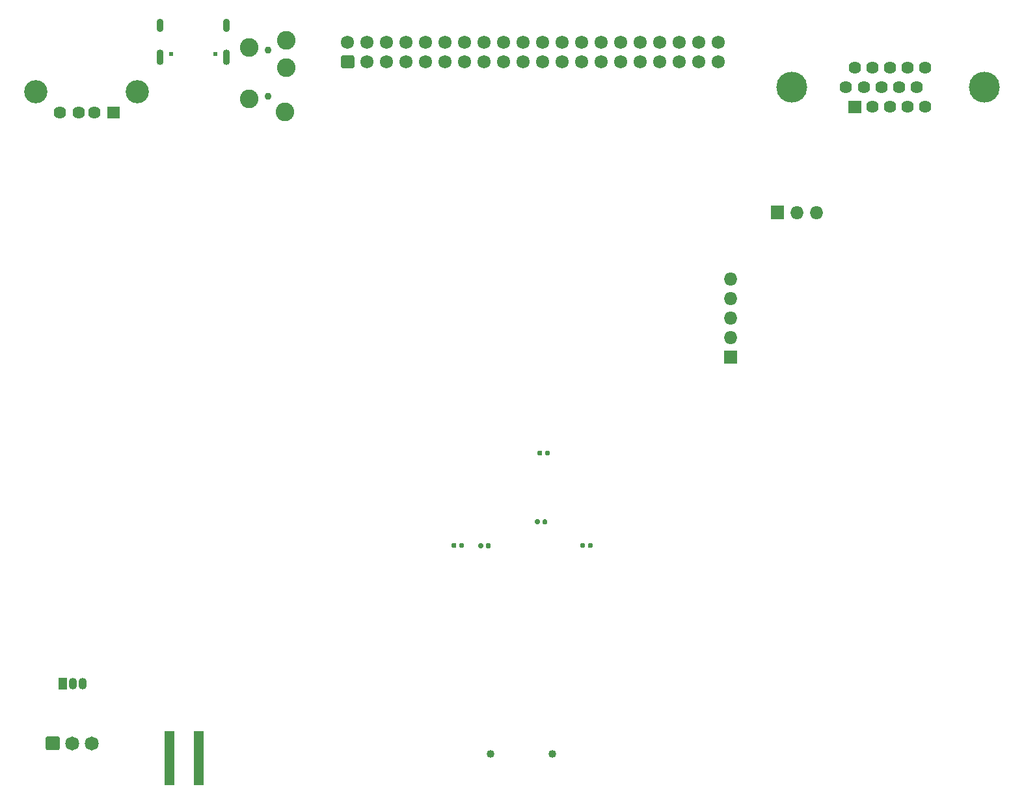
<source format=gbs>
%TF.GenerationSoftware,KiCad,Pcbnew,5.1.8*%
%TF.CreationDate,2020-12-29T13:57:53+01:00*%
%TF.ProjectId,CMM2-JLC,434d4d32-2d4a-44c4-932e-6b696361645f,E*%
%TF.SameCoordinates,Original*%
%TF.FileFunction,Soldermask,Bot*%
%TF.FilePolarity,Negative*%
%FSLAX46Y46*%
G04 Gerber Fmt 4.6, Leading zero omitted, Abs format (unit mm)*
G04 Created by KiCad (PCBNEW 5.1.8) date 2020-12-29 13:57:53*
%MOMM*%
%LPD*%
G01*
G04 APERTURE LIST*
%ADD10C,1.620000*%
%ADD11C,4.020000*%
%ADD12C,0.620000*%
%ADD13O,0.920000X1.720000*%
%ADD14O,0.920000X2.020000*%
%ADD15C,1.720000*%
%ADD16C,1.820000*%
%ADD17O,1.070000X1.520000*%
%ADD18O,1.720000X1.720000*%
%ADD19C,1.020000*%
%ADD20C,3.020000*%
%ADD21C,2.420000*%
%ADD22C,0.920000*%
G04 APERTURE END LIST*
%TO.C,J1*%
G36*
G01*
X39155000Y-121000000D02*
X39155000Y-114000000D01*
G75*
G02*
X39165000Y-113990000I10000J0D01*
G01*
X40435000Y-113990000D01*
G75*
G02*
X40445000Y-114000000I0J-10000D01*
G01*
X40445000Y-121000000D01*
G75*
G02*
X40435000Y-121010000I-10000J0D01*
G01*
X39165000Y-121010000D01*
G75*
G02*
X39155000Y-121000000I0J10000D01*
G01*
G37*
G36*
G01*
X42955000Y-121000000D02*
X42955000Y-114000000D01*
G75*
G02*
X42965000Y-113990000I10000J0D01*
G01*
X44235000Y-113990000D01*
G75*
G02*
X44245000Y-114000000I0J-10000D01*
G01*
X44245000Y-121000000D01*
G75*
G02*
X44235000Y-121010000I-10000J0D01*
G01*
X42965000Y-121010000D01*
G75*
G02*
X42955000Y-121000000I0J10000D01*
G01*
G37*
%TD*%
D10*
%TO.C,J2*%
X132435000Y-30210000D03*
X133580000Y-27670000D03*
X135870000Y-27670000D03*
X138160000Y-27670000D03*
X134725000Y-30210000D03*
D11*
X145815000Y-30210000D03*
X120815000Y-30210000D03*
D10*
X137015000Y-30210000D03*
X129000000Y-27670000D03*
X131290000Y-27670000D03*
X135870000Y-32750000D03*
X133580000Y-32750000D03*
X131290000Y-32750000D03*
X130145000Y-30210000D03*
G36*
G01*
X129810000Y-31950000D02*
X129810000Y-33550000D01*
G75*
G02*
X129800000Y-33560000I-10000J0D01*
G01*
X128200000Y-33560000D01*
G75*
G02*
X128190000Y-33550000I0J10000D01*
G01*
X128190000Y-31950000D01*
G75*
G02*
X128200000Y-31940000I10000J0D01*
G01*
X129800000Y-31940000D01*
G75*
G02*
X129810000Y-31950000I0J-10000D01*
G01*
G37*
X127855000Y-30210000D03*
X138160000Y-32750000D03*
%TD*%
D12*
%TO.C,J4*%
X45790000Y-25850000D03*
X40010000Y-25850000D03*
D13*
X38580000Y-22160000D03*
X47220000Y-22160000D03*
D14*
X38580000Y-26330000D03*
X47220000Y-26330000D03*
%TD*%
D15*
%TO.C,J3*%
X111260000Y-24360000D03*
X108720000Y-24360000D03*
X106180000Y-24360000D03*
X103640000Y-24360000D03*
X101100000Y-24360000D03*
X98560000Y-24360000D03*
X96020000Y-24360000D03*
X93480000Y-24360000D03*
X90940000Y-24360000D03*
X88400000Y-24360000D03*
X85860000Y-24360000D03*
X83320000Y-24360000D03*
X80780000Y-24360000D03*
X78240000Y-24360000D03*
X75700000Y-24360000D03*
X73160000Y-24360000D03*
X70620000Y-24360000D03*
X68080000Y-24360000D03*
X65540000Y-24360000D03*
X63000000Y-24360000D03*
X111260000Y-26900000D03*
X108720000Y-26900000D03*
X106180000Y-26900000D03*
X103640000Y-26900000D03*
X101100000Y-26900000D03*
X98560000Y-26900000D03*
X96020000Y-26900000D03*
X93480000Y-26900000D03*
X90940000Y-26900000D03*
X88400000Y-26900000D03*
X85860000Y-26900000D03*
X83320000Y-26900000D03*
X80780000Y-26900000D03*
X78240000Y-26900000D03*
X75700000Y-26900000D03*
X73160000Y-26900000D03*
X70620000Y-26900000D03*
X68080000Y-26900000D03*
X65540000Y-26900000D03*
G36*
G01*
X63607059Y-27760000D02*
X62392941Y-27760000D01*
G75*
G02*
X62140000Y-27507059I0J252941D01*
G01*
X62140000Y-26292941D01*
G75*
G02*
X62392941Y-26040000I252941J0D01*
G01*
X63607059Y-26040000D01*
G75*
G02*
X63860000Y-26292941I0J-252941D01*
G01*
X63860000Y-27507059D01*
G75*
G02*
X63607059Y-27760000I-252941J0D01*
G01*
G37*
%TD*%
%TO.C,C31*%
G36*
G01*
X88316000Y-77648100D02*
X88316000Y-78003100D01*
G75*
G02*
X88163500Y-78155600I-152500J0D01*
G01*
X87858500Y-78155600D01*
G75*
G02*
X87706000Y-78003100I0J152500D01*
G01*
X87706000Y-77648100D01*
G75*
G02*
X87858500Y-77495600I152500J0D01*
G01*
X88163500Y-77495600D01*
G75*
G02*
X88316000Y-77648100I0J-152500D01*
G01*
G37*
G36*
G01*
X89286000Y-77648100D02*
X89286000Y-78003100D01*
G75*
G02*
X89133500Y-78155600I-152500J0D01*
G01*
X88828500Y-78155600D01*
G75*
G02*
X88676000Y-78003100I0J152500D01*
G01*
X88676000Y-77648100D01*
G75*
G02*
X88828500Y-77495600I152500J0D01*
G01*
X89133500Y-77495600D01*
G75*
G02*
X89286000Y-77648100I0J-152500D01*
G01*
G37*
%TD*%
D16*
%TO.C,U7*%
X29680000Y-115600000D03*
X27140000Y-115600000D03*
G36*
G01*
X23690000Y-116258840D02*
X23690000Y-114941160D01*
G75*
G02*
X23941160Y-114690000I251160J0D01*
G01*
X25258840Y-114690000D01*
G75*
G02*
X25510000Y-114941160I0J-251160D01*
G01*
X25510000Y-116258840D01*
G75*
G02*
X25258840Y-116510000I-251160J0D01*
G01*
X23941160Y-116510000D01*
G75*
G02*
X23690000Y-116258840I0J251160D01*
G01*
G37*
%TD*%
%TO.C,U5*%
G36*
G01*
X25395000Y-108550000D02*
X25395000Y-107050000D01*
G75*
G02*
X25405000Y-107040000I10000J0D01*
G01*
X26455000Y-107040000D01*
G75*
G02*
X26465000Y-107050000I0J-10000D01*
G01*
X26465000Y-108550000D01*
G75*
G02*
X26455000Y-108560000I-10000J0D01*
G01*
X25405000Y-108560000D01*
G75*
G02*
X25395000Y-108550000I0J10000D01*
G01*
G37*
D17*
X28470000Y-107800000D03*
X27200000Y-107800000D03*
%TD*%
D18*
%TO.C,J9*%
X124030000Y-46500000D03*
X121490000Y-46500000D03*
G36*
G01*
X119800000Y-47360000D02*
X118100000Y-47360000D01*
G75*
G02*
X118090000Y-47350000I0J10000D01*
G01*
X118090000Y-45650000D01*
G75*
G02*
X118100000Y-45640000I10000J0D01*
G01*
X119800000Y-45640000D01*
G75*
G02*
X119810000Y-45650000I0J-10000D01*
G01*
X119810000Y-47350000D01*
G75*
G02*
X119800000Y-47360000I-10000J0D01*
G01*
G37*
%TD*%
D19*
%TO.C,J8*%
X81600000Y-117000000D03*
X89600000Y-117000000D03*
%TD*%
D18*
%TO.C,J7*%
X112800000Y-55190000D03*
X112800000Y-57730000D03*
X112800000Y-60270000D03*
X112800000Y-62810000D03*
G36*
G01*
X113660000Y-64500000D02*
X113660000Y-66200000D01*
G75*
G02*
X113650000Y-66210000I-10000J0D01*
G01*
X111950000Y-66210000D01*
G75*
G02*
X111940000Y-66200000I0J10000D01*
G01*
X111940000Y-64500000D01*
G75*
G02*
X111950000Y-64490000I10000J0D01*
G01*
X113650000Y-64490000D01*
G75*
G02*
X113660000Y-64500000I0J-10000D01*
G01*
G37*
%TD*%
D10*
%TO.C,J6*%
X25500000Y-33500000D03*
X28000000Y-33500000D03*
X30000000Y-33500000D03*
G36*
G01*
X33310000Y-32750000D02*
X33310000Y-34250000D01*
G75*
G02*
X33300000Y-34260000I-10000J0D01*
G01*
X31700000Y-34260000D01*
G75*
G02*
X31690000Y-34250000I0J10000D01*
G01*
X31690000Y-32750000D01*
G75*
G02*
X31700000Y-32740000I10000J0D01*
G01*
X33300000Y-32740000D01*
G75*
G02*
X33310000Y-32750000I0J-10000D01*
G01*
G37*
D20*
X22430000Y-30790000D03*
X35570000Y-30790000D03*
%TD*%
D21*
%TO.C,J5*%
X55020000Y-24100000D03*
X50180000Y-25000000D03*
X55020000Y-27700000D03*
X54820000Y-33400000D03*
X50180000Y-31700000D03*
D22*
X52600000Y-25400000D03*
X52600000Y-31400000D03*
%TD*%
%TO.C,C23*%
G36*
G01*
X77497600Y-90030000D02*
X77497600Y-89675000D01*
G75*
G02*
X77650100Y-89522500I152500J0D01*
G01*
X77955100Y-89522500D01*
G75*
G02*
X78107600Y-89675000I0J-152500D01*
G01*
X78107600Y-90030000D01*
G75*
G02*
X77955100Y-90182500I-152500J0D01*
G01*
X77650100Y-90182500D01*
G75*
G02*
X77497600Y-90030000I0J152500D01*
G01*
G37*
G36*
G01*
X76527600Y-90030000D02*
X76527600Y-89675000D01*
G75*
G02*
X76680100Y-89522500I152500J0D01*
G01*
X76985100Y-89522500D01*
G75*
G02*
X77137600Y-89675000I0J-152500D01*
G01*
X77137600Y-90030000D01*
G75*
G02*
X76985100Y-90182500I-152500J0D01*
G01*
X76680100Y-90182500D01*
G75*
G02*
X76527600Y-90030000I0J152500D01*
G01*
G37*
%TD*%
%TO.C,C22*%
G36*
G01*
X80617400Y-89713100D02*
X80617400Y-90068100D01*
G75*
G02*
X80464900Y-90220600I-152500J0D01*
G01*
X80159900Y-90220600D01*
G75*
G02*
X80007400Y-90068100I0J152500D01*
G01*
X80007400Y-89713100D01*
G75*
G02*
X80159900Y-89560600I152500J0D01*
G01*
X80464900Y-89560600D01*
G75*
G02*
X80617400Y-89713100I0J-152500D01*
G01*
G37*
G36*
G01*
X81587400Y-89713100D02*
X81587400Y-90068100D01*
G75*
G02*
X81434900Y-90220600I-152500J0D01*
G01*
X81129900Y-90220600D01*
G75*
G02*
X80977400Y-90068100I0J152500D01*
G01*
X80977400Y-89713100D01*
G75*
G02*
X81129900Y-89560600I152500J0D01*
G01*
X81434900Y-89560600D01*
G75*
G02*
X81587400Y-89713100I0J-152500D01*
G01*
G37*
%TD*%
%TO.C,C5*%
G36*
G01*
X87985800Y-86601600D02*
X87985800Y-86956600D01*
G75*
G02*
X87833300Y-87109100I-152500J0D01*
G01*
X87528300Y-87109100D01*
G75*
G02*
X87375800Y-86956600I0J152500D01*
G01*
X87375800Y-86601600D01*
G75*
G02*
X87528300Y-86449100I152500J0D01*
G01*
X87833300Y-86449100D01*
G75*
G02*
X87985800Y-86601600I0J-152500D01*
G01*
G37*
G36*
G01*
X88955800Y-86601600D02*
X88955800Y-86956600D01*
G75*
G02*
X88803300Y-87109100I-152500J0D01*
G01*
X88498300Y-87109100D01*
G75*
G02*
X88345800Y-86956600I0J152500D01*
G01*
X88345800Y-86601600D01*
G75*
G02*
X88498300Y-86449100I152500J0D01*
G01*
X88803300Y-86449100D01*
G75*
G02*
X88955800Y-86601600I0J-152500D01*
G01*
G37*
%TD*%
%TO.C,C4*%
G36*
G01*
X93888900Y-89675000D02*
X93888900Y-90030000D01*
G75*
G02*
X93736400Y-90182500I-152500J0D01*
G01*
X93431400Y-90182500D01*
G75*
G02*
X93278900Y-90030000I0J152500D01*
G01*
X93278900Y-89675000D01*
G75*
G02*
X93431400Y-89522500I152500J0D01*
G01*
X93736400Y-89522500D01*
G75*
G02*
X93888900Y-89675000I0J-152500D01*
G01*
G37*
G36*
G01*
X94858900Y-89675000D02*
X94858900Y-90030000D01*
G75*
G02*
X94706400Y-90182500I-152500J0D01*
G01*
X94401400Y-90182500D01*
G75*
G02*
X94248900Y-90030000I0J152500D01*
G01*
X94248900Y-89675000D01*
G75*
G02*
X94401400Y-89522500I152500J0D01*
G01*
X94706400Y-89522500D01*
G75*
G02*
X94858900Y-89675000I0J-152500D01*
G01*
G37*
%TD*%
M02*

</source>
